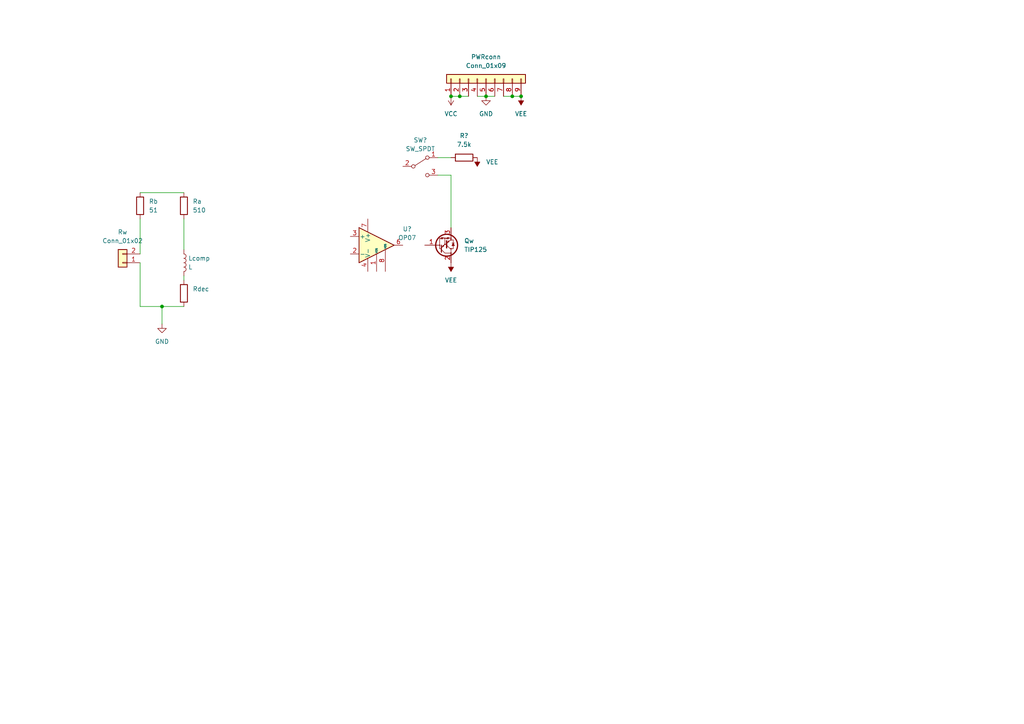
<source format=kicad_sch>
(kicad_sch (version 20211123) (generator eeschema)
  (paper "A4")
  (lib_symbols
    (symbol "Amplifier_Operational:OP07" (pin_names (offset 0.127))
      (property "Reference" "U" (at 1.27 6.35 0))
      (property "Value" "OP07" (at 1.27 3.81 0))
      (symbol "OP07_0_1"
        (polyline (pts (xy -5.08 5.08) (xy 5.08 0) (xy -5.08 -5.08) (xy -5.08 5.08)) (stroke (width 0.254)) (fill (type background)))
      )
      (symbol "OP07_1_1"
        (pin input line (at 0 -7.62 90) (length 5.08) (name "VOS") (number "1"))
        (pin input line (at -7.62 -2.54 0) (length 2.54) (name "-") (number "2"))
        (pin input line (at -7.62 2.54 0) (length 2.54) (name "+") (number "3"))
        (pin power_in line (at -2.54 -7.62 90) (length 3.81) (name "V-") (number "4"))
        (pin no_connect line (at 0 2.54 270) (length 2.54) hide (name "NC") (number "5"))
        (pin output line (at 7.62 0 180) (length 2.54) (name "~") (number "6"))
        (pin power_in line (at -2.54 7.62 270) (length 3.81) (name "V+") (number "7"))
        (pin input line (at 2.54 -7.62 90) (length 6.35) (name "VOS") (number "8"))
      )
    )
    (symbol "Connector_Generic:Conn_01x02" (pin_names (offset 1.016) hide)
      (property "Reference" "J" (at 0 2.54 0))
      (property "Value" "Conn_01x02" (at 0 -5.08 0))
      (symbol "Conn_01x02_1_1"
        (rectangle (start -1.27 -2.413) (end 0 -2.667) (stroke (width 0.1524)))
        (rectangle (start -1.27 0.127) (end 0 -0.127) (stroke (width 0.1524)))
        (rectangle (start -1.27 1.27) (end 1.27 -3.81) (stroke (width 0.254)) (fill (type background)))
        (pin passive line (at -5.08 0 0) (length 3.81) (name "Pin_1") (number "1"))
        (pin passive line (at -5.08 -2.54 0) (length 3.81) (name "Pin_2") (number "2"))
      )
    )
    (symbol "Connector_Generic:Conn_01x09" (pin_names (offset 1.016) hide)
      (property "Reference" "J" (at 0 12.7 0))
      (property "Value" "Conn_01x09" (at 0 -12.7 0))
      (symbol "Conn_01x09_1_1"
        (rectangle (start -1.27 -10.033) (end 0 -10.287) (stroke (width 0.1524)))
        (rectangle (start -1.27 -7.493) (end 0 -7.747) (stroke (width 0.1524)))
        (rectangle (start -1.27 -4.953) (end 0 -5.207) (stroke (width 0.1524)))
        (rectangle (start -1.27 -2.413) (end 0 -2.667) (stroke (width 0.1524)))
        (rectangle (start -1.27 0.127) (end 0 -0.127) (stroke (width 0.1524)))
        (rectangle (start -1.27 2.667) (end 0 2.413) (stroke (width 0.1524)))
        (rectangle (start -1.27 5.207) (end 0 4.953) (stroke (width 0.1524)))
        (rectangle (start -1.27 7.747) (end 0 7.493) (stroke (width 0.1524)))
        (rectangle (start -1.27 10.287) (end 0 10.033) (stroke (width 0.1524)))
        (rectangle (start -1.27 11.43) (end 1.27 -11.43) (stroke (width 0.254)) (fill (type background)))
        (pin passive line (at -5.08 10.16 0) (length 3.81) (name "Pin_1") (number "1"))
        (pin passive line (at -5.08 7.62 0) (length 3.81) (name "Pin_2") (number "2"))
        (pin passive line (at -5.08 5.08 0) (length 3.81) (name "Pin_3") (number "3"))
        (pin passive line (at -5.08 2.54 0) (length 3.81) (name "Pin_4") (number "4"))
        (pin passive line (at -5.08 0 0) (length 3.81) (name "Pin_5") (number "5"))
        (pin passive line (at -5.08 -2.54 0) (length 3.81) (name "Pin_6") (number "6"))
        (pin passive line (at -5.08 -5.08 0) (length 3.81) (name "Pin_7") (number "7"))
        (pin passive line (at -5.08 -7.62 0) (length 3.81) (name "Pin_8") (number "8"))
        (pin passive line (at -5.08 -10.16 0) (length 3.81) (name "Pin_9") (number "9"))
      )
    )
    (symbol "Device:L" (pin_numbers hide) (pin_names (offset 1.016) hide)
      (property "Reference" "L" (at -1.27 0 90))
      (property "Value" "L" (at 1.905 0 90))
      (symbol "L_0_1"
        (arc (start 0 -2.54) (mid 0.635 -1.905) (end 0 -1.27))
        (arc (start 0 -1.27) (mid 0.635 -0.635) (end 0 0))
        (arc (start 0 0) (mid 0.635 0.635) (end 0 1.27))
        (arc (start 0 1.27) (mid 0.635 1.905) (end 0 2.54))
      )
      (symbol "L_1_1"
        (pin passive line (at 0 3.81 270) (length 1.27) (name "1") (number "1"))
        (pin passive line (at 0 -3.81 90) (length 1.27) (name "2") (number "2"))
      )
    )
    (symbol "Device:R" (pin_numbers hide) (pin_names (offset 0))
      (property "Reference" "R" (at 2.032 0 90))
      (property "Value" "R" (at 0 0 90))
      (symbol "R_0_1"
        (rectangle (start -1.016 -2.54) (end 1.016 2.54) (stroke (width 0.254)))
      )
      (symbol "R_1_1"
        (pin passive line (at 0 3.81 270) (length 1.27) (name "~") (number "1"))
        (pin passive line (at 0 -3.81 90) (length 1.27) (name "~") (number "2"))
      )
    )
    (symbol "Switch:SW_SPDT" (pin_names (offset 0) hide)
      (property "Reference" "SW" (at 0 4.318 0))
      (property "Value" "SW_SPDT" (at 0 -5.08 0))
      (symbol "SW_SPDT_0_0"
        (circle (center -2.032 0) (radius 0.508))
        (circle (center 2.032 -2.54) (radius 0.508))
      )
      (symbol "SW_SPDT_0_1"
        (polyline (pts (xy -1.524 0.254) (xy 1.651 2.286)))
        (circle (center 2.032 2.54) (radius 0.508))
      )
      (symbol "SW_SPDT_1_1"
        (pin passive line (at 5.08 2.54 180) (length 2.54) (name "A") (number "1"))
        (pin passive line (at -5.08 0 0) (length 2.54) (name "B") (number "2"))
        (pin passive line (at 5.08 -2.54 180) (length 2.54) (name "C") (number "3"))
      )
    )
    (symbol "Transistor_BJT:TIP125" (pin_names (offset 0) hide)
      (property "Reference" "Q" (at 5.08 1.905 0))
      (property "Value" "TIP125" (at 5.08 0 0))
      (symbol "TIP125_0_1"
        (circle (center -0.762 0) (radius 0.127))
        (polyline (pts (xy -1.27 0) (xy -0.889 0)))
        (polyline (pts (xy 2.54 -2.032) (xy 2.54 -2.54)))
        (polyline (pts (xy 2.54 -1.524) (xy 3.175 -1.524)))
        (polyline (pts (xy 2.794 -0.635) (xy 3.556 -0.635)))
        (polyline (pts (xy 3.175 -1.524) (xy 3.175 -0.635)))
        (polyline (pts (xy 3.175 0.127) (xy 3.175 1.016)))
        (polyline (pts (xy 3.175 1.016) (xy 2.54 1.016)))
        (polyline (pts (xy -0.254 0.762) (xy 0.762 -0.254) (xy 1.27 -0.254)))
        (polyline (pts (xy -0.254 1.016) (xy -0.762 1.016) (xy -0.762 -2.032)))
        (polyline (pts (xy -0.254 1.27) (xy 0.762 2.286) (xy 2.54 2.286)))
        (polyline (pts (xy -0.254 2.032) (xy -0.254 0) (xy -0.254 0)) (stroke (width 0.3048)))
        (polyline (pts (xy 1.27 0.762) (xy 1.27 -1.27) (xy 1.27 -1.27)) (stroke (width 0.381)))
        (polyline (pts (xy 0 0.508) (xy 0.254 0) (xy 0.508 0.254) (xy 0 0.508)))
        (polyline (pts (xy 1.27 -0.508) (xy 2.286 -1.524) (xy 2.54 -1.524) (xy 2.54 -2.032)))
        (polyline (pts (xy 1.27 0) (xy 2.286 1.016) (xy 2.54 1.016) (xy 2.54 2.286)))
        (polyline (pts (xy 1.524 -0.762) (xy 1.778 -1.27) (xy 2.032 -1.016) (xy 1.524 -0.762)))
        (polyline (pts (xy 3.175 -0.635) (xy 2.794 0.127) (xy 3.556 0.127) (xy 3.175 -0.635)) (fill (type outline)))
        (polyline (pts (xy 0.762 -2.032) (xy 0.381 -2.032) (xy 0.254 -2.286) (xy 0.127 -1.778) (xy 0 -2.286) (xy -0.127 -1.778) (xy -0.254 -2.286) (xy -0.381 -1.778) (xy -0.508 -2.032) (xy -0.762 -2.032)))
        (polyline (pts (xy 0.762 -0.254) (xy 0.762 -2.032) (xy 1.143 -2.032) (xy 1.27 -1.778) (xy 1.397 -2.286) (xy 1.524 -1.778) (xy 1.651 -2.286) (xy 1.778 -1.778) (xy 1.905 -2.286) (xy 2.032 -2.032) (xy 2.54 -2.032)))
        (circle (center 0.762 -2.032) (radius 0.127))
        (circle (center 0.762 -0.254) (radius 0.127))
        (circle (center 1.27 0) (radius 3.175) (stroke (width 0.3556)))
        (circle (center 2.54 -2.032) (radius 0.127))
        (circle (center 2.54 -1.524) (radius 0.127))
        (circle (center 2.54 1.016) (radius 0.127))
        (circle (center 2.54 2.286) (radius 0.127))
      )
      (symbol "TIP125_1_1"
        (pin input line (at -5.08 0 0) (length 3.81) (name "B") (number "1"))
        (pin passive line (at 2.54 5.08 270) (length 2.667) (name "C") (number "2"))
        (pin passive line (at 2.54 -5.08 90) (length 2.54) (name "E") (number "3"))
      )
    )
    (symbol "power:GND" (power) (pin_names (offset 0))
      (property "Value" "GND" (at 0 -3.81 0))
      (symbol "GND_0_1"
        (polyline (pts (xy 0 0) (xy 0 -1.27) (xy 1.27 -1.27) (xy 0 -2.54) (xy -1.27 -1.27) (xy 0 -1.27)))
      )
      (symbol "GND_1_1"
        (pin power_in line (at 0 0 270) (length 0) hide (name "GND") (number "1"))
      )
    )
    (symbol "power:VCC" (power) (pin_names (offset 0))
      (property "Value" "VCC" (at 0 3.81 0))
      (symbol "VCC_0_1"
        (polyline (pts (xy -0.762 1.27) (xy 0 2.54)))
        (polyline (pts (xy 0 0) (xy 0 2.54)))
        (polyline (pts (xy 0 2.54) (xy 0.762 1.27)))
      )
      (symbol "VCC_1_1"
        (pin power_in line (at 0 0 90) (length 0) hide (name "VCC") (number "1"))
      )
    )
    (symbol "power:VEE" (power) (pin_names (offset 0))
      (property "Value" "VEE" (at 0 3.81 0))
      (symbol "VEE_0_1"
        (polyline (pts (xy 0 0) (xy 0 2.54)))
        (polyline (pts (xy 0.762 1.27) (xy -0.762 1.27) (xy 0 2.54) (xy 0.762 1.27)) (fill (type outline)))
      )
      (symbol "VEE_1_1"
        (pin power_in line (at 0 0 90) (length 0) hide (name "VEE") (number "1"))
      )
    )
  )
  (junction (at 133.35 27.94))
  (junction (at 148.59 27.94))
  (junction (at 140.97 27.94))
  (junction (at 46.99 88.9))
  (junction (at 151.13 27.94))
  (junction (at 130.81 27.94))
  (wire (pts (xy 148.59 27.94) (xy 151.13 27.94)))
  (wire (pts (xy 130.81 27.94) (xy 133.35 27.94)))
  (wire (pts (xy 46.99 88.9) (xy 53.34 88.9)))
  (wire (pts (xy 140.97 27.94) (xy 143.51 27.94)))
  (wire (pts (xy 40.64 55.88) (xy 53.34 55.88)))
  (wire (pts (xy 138.43 27.94) (xy 140.97 27.94)))
  (wire (pts (xy 40.64 88.9) (xy 46.99 88.9)))
  (wire (pts (xy 40.64 76.2) (xy 40.64 88.9)))
  (wire (pts (xy 130.81 50.8) (xy 127 50.8)))
  (wire (pts (xy 127 45.72) (xy 130.81 45.72)))
  (wire (pts (xy 40.64 63.5) (xy 40.64 73.66)))
  (wire (pts (xy 46.99 88.9) (xy 46.99 93.98)))
  (wire (pts (xy 53.34 80.01) (xy 53.34 81.28)))
  (wire (pts (xy 130.81 66.04) (xy 130.81 50.8)))
  (wire (pts (xy 146.05 27.94) (xy 148.59 27.94)))
  (wire (pts (xy 133.35 27.94) (xy 135.89 27.94)))
  (wire (pts (xy 53.34 63.5) (xy 53.34 72.39)))
  (symbol (lib_id "Device:R") (at 53.34 59.69 0) (unit 1)
    (property "Reference" "Ra" (at 55.88 58.4199 0) (effects (justify left)))
    (property "Value" "510" (at 55.88 60.9599 0) (effects (justify left)))
  )
  (symbol (lib_id "power:VEE") (at 151.13 27.94 180) (unit 1)
    (property "Reference" "#PWR?" (effects hide))
    (property "Value" "VEE" (at 151.13 33.02 0))
  )
  (symbol (lib_id "Amplifier_Operational:OP07") (at 109.22 71.12 0) (unit 1)
    (property "Reference" "U?" (at 118.11 66.421 0))
    (property "Value" "OP07" (at 118.11 68.961 0))
    (property "Datasheet" "https://www.analog.com/media/en/technical-documentation/data-sheets/OP07.pdf" (effects hide))
  )
  (symbol (lib_id "power:GND") (at 46.99 93.98 0) (unit 1)
    (property "Reference" "#PWR?" (effects hide))
    (property "Value" "GND" (at 46.99 99.06 0))
  )
  (symbol (lib_id "Device:L") (at 53.34 76.2 0) (unit 1)
    (property "Reference" "Lcomp" (at 54.61 74.9299 0) (effects (justify left)))
    (property "Value" "L" (at 54.61 77.4699 0) (effects (justify left)))
  )
  (symbol (lib_id "power:VCC") (at 130.81 27.94 180) (unit 1)
    (property "Reference" "#PWR?" (effects hide))
    (property "Value" "VCC" (at 130.81 33.02 0))
  )
  (symbol (lib_id "Device:R") (at 53.34 85.09 0) (unit 1)
    (property "Reference" "Rdec" (at 55.88 83.8199 0) (effects (justify left)))
    (property "Value" "10" (at 55.88 86.3599 0) (effects (font (size 0 0)) (justify left)))
  )
  (symbol (lib_id "power:VEE") (at 130.81 76.2 180) (unit 1)
    (property "Reference" "#PWR?" (effects hide))
    (property "Value" "VEE" (at 130.81 81.28 0))
  )
  (symbol (lib_id "power:VEE") (at 138.43 45.72 180) (unit 1)
    (property "Reference" "#PWR?" (effects hide))
    (property "Value" "VEE" (at 140.97 46.9899 0) (effects (justify right)))
  )
  (symbol (lib_id "Transistor_BJT:TIP125") (at 128.27 71.12 0) (mirror x) (unit 1)
    (property "Reference" "Qw" (at 134.62 69.8499 0) (effects (justify left)))
    (property "Value" "TIP125" (at 134.62 72.3899 0) (effects (justify left)))
    (property "Footprint" "Package_TO_SOT_THT:TO-220-3_Vertical" (effects hide))
    (property "Datasheet" "https://www.onsemi.com/pub/Collateral/TIP120-D.PDF" (effects hide))
  )
  (symbol (lib_id "power:GND") (at 140.97 27.94 0) (unit 1)
    (property "Reference" "#PWR?" (effects hide))
    (property "Value" "GND" (at 140.97 33.02 0))
  )
  (symbol (lib_id "Device:R") (at 40.64 59.69 0) (unit 1)
    (property "Reference" "Rb" (at 43.18 58.4199 0) (effects (justify left)))
    (property "Value" "51" (at 43.18 60.9599 0) (effects (justify left)))
  )
  (symbol (lib_id "Connector_Generic:Conn_01x09") (at 140.97 22.86 90) (unit 1)
    (property "Reference" "PWRconn" (at 140.97 16.51 90))
    (property "Value" "Conn_01x09" (at 140.97 19.05 90))
  )
  (symbol (lib_id "Device:R") (at 134.62 45.72 90) (unit 1)
    (property "Reference" "R?" (at 134.62 39.37 90))
    (property "Value" "7.5k" (at 134.62 41.91 90))
  )
  (symbol (lib_id "Connector_Generic:Conn_01x02") (at 35.56 76.2 180) (unit 1)
    (property "Reference" "Rw" (at 35.56 67.31 0))
    (property "Value" "Conn_01x02" (at 35.56 69.85 0))
  )
  (symbol (lib_id "Switch:SW_SPDT") (at 121.92 48.26 0) (unit 1)
    (property "Reference" "SW?" (at 121.92 40.64 0))
    (property "Value" "SW_SPDT" (at 121.92 43.18 0))
  )
)
</source>
